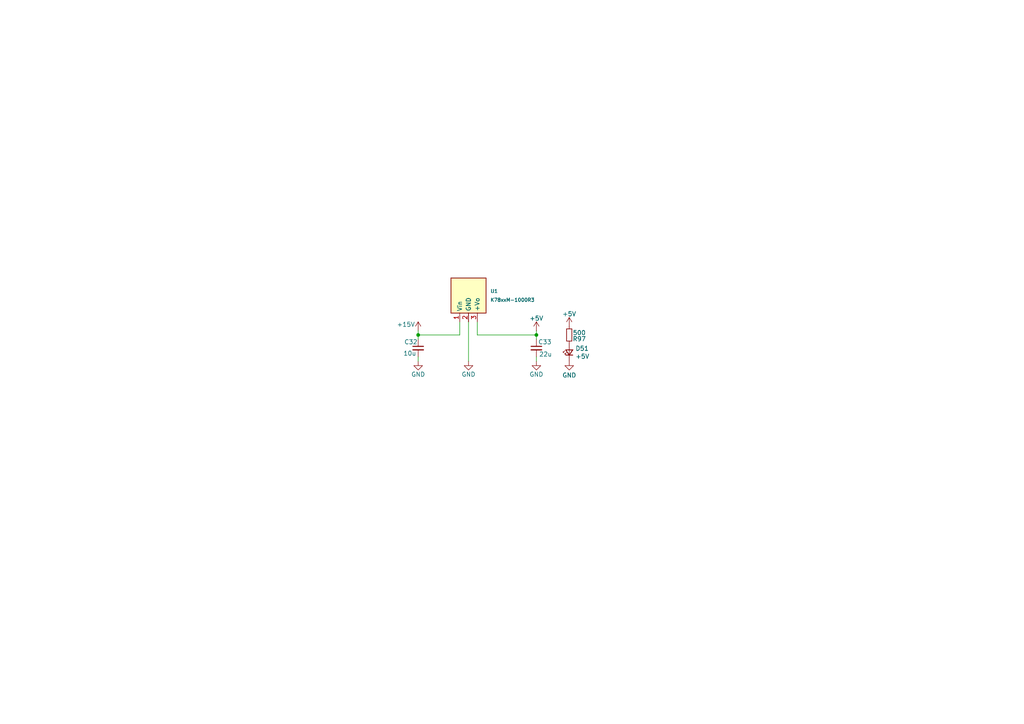
<source format=kicad_sch>
(kicad_sch (version 20231120) (generator "eeschema") (generator_version "8.0")
  (paper "A4")
  (lib_symbols
    (symbol "DCDC_My:K78xxM-1000R3"
      (property "Reference" "U" (at 4.826 8.128 0))
      (property "Value" "K78xxM-1000R3" (at -1.524 5.588 0))
      (symbol "K78xxM-1000R3_1_0"
        (rectangle (start 0 5.08) (end 10.16 -5.08) (stroke (width 0.25)) (fill (type background)))
        (pin passive line (at -2.54 2.54 0) (length 2.54) (name "Vin") (number "1"))
        (pin passive line (at -2.54 0 0) (length 2.54) (name "GND") (number "2"))
        (pin passive line (at -2.54 -2.54 0) (length 2.54) (name "+Vo") (number "3"))
      )
    )
    (symbol "Device:C_Small" (pin_numbers hide) (pin_names (offset 0.254) hide)
      (property "Reference" "C" (at 0.254 1.778 0))
      (property "Value" "C_Small" (at 0.254 -2.032 0))
      (symbol "C_Small_0_1"
        (polyline (pts (xy -1.524 -0.508) (xy 1.524 -0.508)) (stroke (width 0.3302)))
        (polyline (pts (xy -1.524 0.508) (xy 1.524 0.508)) (stroke (width 0.3048)))
      )
      (symbol "C_Small_1_1"
        (pin passive line (at 0 2.54 270) (length 2.032) (name "~") (number "1"))
        (pin passive line (at 0 -2.54 90) (length 2.032) (name "~") (number "2"))
      )
    )
    (symbol "Device:LED_Small" (pin_numbers hide) (pin_names (offset 0.254) hide)
      (property "Reference" "D" (at -1.27 3.175 0))
      (property "Value" "LED_Small" (at -4.445 -2.54 0))
      (symbol "LED_Small_0_1"
        (polyline (pts (xy -0.762 -1.016) (xy -0.762 1.016)) (stroke (width 0.254)))
        (polyline (pts (xy 1.016 0) (xy -0.762 0)))
        (polyline (pts (xy 0.762 -1.016) (xy -0.762 0) (xy 0.762 1.016) (xy 0.762 -1.016)) (stroke (width 0.254)))
        (polyline (pts (xy 0 0.762) (xy -0.508 1.27) (xy -0.254 1.27) (xy -0.508 1.27) (xy -0.508 1.016)))
        (polyline (pts (xy 0.508 1.27) (xy 0 1.778) (xy 0.254 1.778) (xy 0 1.778) (xy 0 1.524)))
      )
      (symbol "LED_Small_1_1"
        (pin passive line (at -2.54 0 0) (length 1.778) (name "K") (number "1"))
        (pin passive line (at 2.54 0 180) (length 1.778) (name "A") (number "2"))
      )
    )
    (symbol "Device:R_Small" (pin_numbers hide) (pin_names (offset 0.254) hide)
      (property "Reference" "R" (at 0.762 0.508 0))
      (property "Value" "R_Small" (at 0.762 -1.016 0))
      (symbol "R_Small_0_1"
        (rectangle (start -0.762 1.778) (end 0.762 -1.778) (stroke (width 0.2032)))
      )
      (symbol "R_Small_1_1"
        (pin passive line (at 0 2.54 270) (length 0.762) (name "~") (number "1"))
        (pin passive line (at 0 -2.54 90) (length 0.762) (name "~") (number "2"))
      )
    )
    (symbol "GND_1" (power) (pin_names (offset 0))
      (property "Value" "GND" (at 0 -3.81 0))
      (symbol "GND_1_0_1"
        (polyline (pts (xy 0 0) (xy 0 -1.27) (xy 1.27 -1.27) (xy 0 -2.54) (xy -1.27 -1.27) (xy 0 -1.27)))
      )
      (symbol "GND_1_1_1"
        (pin power_in line (at 0 0 270) (length 0) hide (name "GND") (number "1"))
      )
    )
    (symbol "GND_11" (power) (pin_names (offset 0))
      (property "Value" "GND" (at 0 -3.81 0))
      (symbol "GND_11_0_1"
        (polyline (pts (xy 0 0) (xy 0 -1.27) (xy 1.27 -1.27) (xy 0 -2.54) (xy -1.27 -1.27) (xy 0 -1.27)))
      )
      (symbol "GND_11_1_1"
        (pin power_in line (at 0 0 270) (length 0) hide (name "GND") (number "1"))
      )
    )
    (symbol "GND_2" (power) (pin_names (offset 0))
      (property "Value" "GND" (at 0 -3.81 0))
      (symbol "GND_2_0_1"
        (polyline (pts (xy 0 0) (xy 0 -1.27) (xy 1.27 -1.27) (xy 0 -2.54) (xy -1.27 -1.27) (xy 0 -1.27)))
      )
      (symbol "GND_2_1_1"
        (pin power_in line (at 0 0 270) (length 0) hide (name "GND") (number "1"))
      )
    )
    (symbol "power:+15V" (power) (pin_names (offset 0))
      (property "Value" "+15V" (at 0 3.556 0))
      (symbol "+15V_0_1"
        (polyline (pts (xy -0.762 1.27) (xy 0 2.54)))
        (polyline (pts (xy 0 0) (xy 0 2.54)))
        (polyline (pts (xy 0 2.54) (xy 0.762 1.27)))
      )
      (symbol "+15V_1_1"
        (pin power_in line (at 0 0 90) (length 0) hide (name "+15V") (number "1"))
      )
    )
    (symbol "power:+5V" (power) (pin_numbers hide) (pin_names (offset 0) hide)
      (property "Value" "+5V" (at 0 3.556 0))
      (symbol "+5V_0_1"
        (polyline (pts (xy -0.762 1.27) (xy 0 2.54)))
        (polyline (pts (xy 0 0) (xy 0 2.54)))
        (polyline (pts (xy 0 2.54) (xy 0.762 1.27)))
      )
      (symbol "+5V_1_1"
        (pin power_in line (at 0 0 90) (length 0) (name "~") (number "1"))
      )
    )
    (symbol "power:GND" (power) (pin_names (offset 0))
      (property "Value" "GND" (at 0 -3.81 0))
      (symbol "GND_0_1"
        (polyline (pts (xy 0 0) (xy 0 -1.27) (xy 1.27 -1.27) (xy 0 -2.54) (xy -1.27 -1.27) (xy 0 -1.27)))
      )
      (symbol "GND_1_1"
        (pin power_in line (at 0 0 270) (length 0) hide (name "GND") (number "1"))
      )
    )
  )
  (junction (at 155.575 97.155))
  (junction (at 121.285 97.155))
  (wire (pts (xy 121.285 97.155) (xy 121.285 95.885)))
  (wire (pts (xy 121.285 103.505) (xy 121.285 104.775)))
  (wire (pts (xy 155.575 95.885) (xy 155.575 97.155)))
  (wire (pts (xy 155.575 97.155) (xy 155.575 98.425)))
  (wire (pts (xy 155.575 103.505) (xy 155.575 104.775)))
  (wire (pts (xy 135.89 93.345) (xy 135.89 104.775)))
  (wire (pts (xy 138.43 97.155) (xy 155.575 97.155)))
  (wire (pts (xy 121.285 97.155) (xy 121.285 98.425)))
  (wire (pts (xy 138.43 93.345) (xy 138.43 97.155)))
  (wire (pts (xy 121.285 97.155) (xy 133.35 97.155)))
  (wire (pts (xy 133.35 97.155) (xy 133.35 93.345)))
  (symbol (lib_id "Device:C_Small") (at 155.575 100.965 0) (unit 1)
    (property "Reference" "C33" (at 156.083 99.187 0) (effects (justify left)))
    (property "Value" "22u" (at 156.337 102.743 0) (effects (justify left)))
    (property "Footprint" "Capacitor_SMD:C_1210_3225Metric_Pad1.33x2.70mm_HandSolder" (effects (hide yes)))
  )
  (symbol (lib_name "GND_2") (lib_id "power:GND") (at 121.285 104.775 0) (unit 1)
    (property "Reference" "#PWR0132" (effects (hide yes)))
    (property "Value" "GND" (at 121.285 108.585 0))
  )
  (symbol (lib_id "power:GND") (at 135.89 104.775 0) (unit 1)
    (property "Reference" "#PWR078" (effects (hide yes)))
    (property "Value" "GND" (at 135.89 108.585 0))
  )
  (symbol (lib_id "Device:C_Small") (at 121.285 100.965 0) (unit 1)
    (property "Reference" "C32" (at 117.221 99.187 0) (effects (justify left)))
    (property "Value" "10u" (at 116.967 102.489 0) (effects (justify left)))
    (property "Footprint" "Capacitor_SMD:C_1210_3225Metric_Pad1.33x2.70mm_HandSolder" (effects (hide yes)))
  )
  (symbol (lib_id "power:+15V") (at 121.285 95.885 0) (unit 1)
    (property "Reference" "#PWR077" (effects (hide yes)))
    (property "Value" "+15V" (at 117.729 94.107 0))
  )
  (symbol (lib_id "Device:LED_Small") (at 165.1 102.235 90) (unit 1)
    (property "Reference" "D51" (at 166.878 101.0666 90) (effects (justify right)))
    (property "Value" "+5V" (at 166.878 103.378 90) (effects (justify right)))
    (property "Footprint" "LED_SMD:LED_0805_2012Metric_Pad1.15x1.40mm_HandSolder" (effects (hide yes)))
  )
  (symbol (lib_id "Device:R_Small") (at 165.1 97.155 180) (unit 1)
    (property "Reference" "R97" (at 168.021 98.298 0))
    (property "Value" "500" (at 168.021 96.52 0))
    (property "Footprint" "Resistor_SMD:R_0805_2012Metric_Pad1.20x1.40mm_HandSolder" (effects (hide yes)))
  )
  (symbol (lib_name "GND_1") (lib_id "power:GND") (at 155.575 104.775 0) (unit 1)
    (property "Reference" "#PWR079" (effects (hide yes)))
    (property "Value" "GND" (at 155.575 108.585 0))
  )
  (symbol (lib_id "power:+5V") (at 155.575 95.885 0) (unit 1)
    (property "Reference" "#PWR0149" (effects (hide yes)))
    (property "Value" "+5V" (at 155.575 92.329 0))
    (property "Description" "Power symbol creates a global label with name \"+5V\"" (effects (hide yes)))
  )
  (symbol (lib_id "power:+5V") (at 165.1 94.615 0) (unit 1)
    (property "Reference" "#PWR0222" (effects (hide yes)))
    (property "Value" "+5V" (at 165.1 91.059 0))
    (property "Description" "Power symbol creates a global label with name \"+5V\"" (effects (hide yes)))
  )
  (symbol (lib_name "GND_11") (lib_id "power:GND") (at 165.1 104.775 0) (unit 1)
    (property "Reference" "#PWR0223" (effects (hide yes)))
    (property "Value" "GND" (at 163.068 108.839 0) (effects (justify left)))
  )
  (symbol (lib_id "DCDC_My:K78xxM-1000R3") (at 135.89 90.805 90) (unit 1)
    (property "Reference" "U1" (at 142.24 84.455 90) (effects (font (size 1 1)) (justify right)))
    (property "Value" "K78xxM-1000R3" (at 142.24 86.995 90) (effects (font (size 1 1)) (justify right)))
    (property "Footprint" "DCDC_My:K78xxM-1000R3" (effects (hide yes)))
  )
)
</source>
